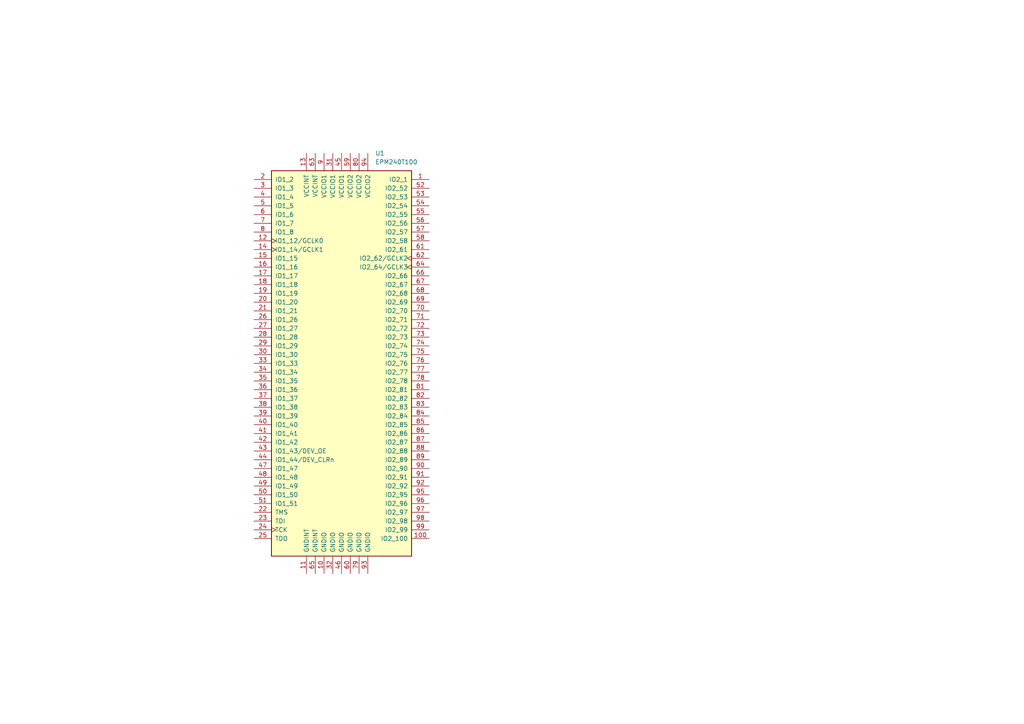
<source format=kicad_sch>
(kicad_sch (version 20250114) (generator "eeschema") (generator_version "9.0")
  (paper "A4")
  (lib_symbols
    (symbol "CPLD_Altera:EPM240T100" (pin_names (offset 1.016))
      (property "Reference" "U" (at 10.16 57.15 0))
      (property "Value" "EPM240T100" (at 10.16 -57.15 0))
      (symbol "EPM240T100_1_1"
        (rectangle (start -20.32 55.88) (end 20.32 -55.88) (stroke (width 0.254)) (fill (type background)))
        (pin bidirectional line (at -25.4 53.34 0) (length 5.08) (name "IO1_2") (number "2"))
        (pin bidirectional line (at -25.4 50.8 0) (length 5.08) (name "IO1_3") (number "3"))
        (pin bidirectional line (at -25.4 48.26 0) (length 5.08) (name "IO1_4") (number "4"))
        (pin bidirectional line (at -25.4 45.72 0) (length 5.08) (name "IO1_5") (number "5"))
        (pin bidirectional line (at -25.4 43.18 0) (length 5.08) (name "IO1_6") (number "6"))
        (pin bidirectional line (at -25.4 40.64 0) (length 5.08) (name "IO1_7") (number "7"))
        (pin bidirectional line (at -25.4 38.1 0) (length 5.08) (name "IO1_8") (number "8"))
        (pin bidirectional clock (at -25.4 35.56 0) (length 5.08) (name "IO1_12/GCLK0") (number "12"))
        (pin bidirectional clock (at -25.4 33.02 0) (length 5.08) (name "IO1_14/GCLK1") (number "14"))
        (pin bidirectional line (at -25.4 30.48 0) (length 5.08) (name "IO1_15") (number "15"))
        (pin bidirectional line (at -25.4 27.94 0) (length 5.08) (name "IO1_16") (number "16"))
        (pin bidirectional line (at -25.4 25.4 0) (length 5.08) (name "IO1_17") (number "17"))
        (pin bidirectional line (at -25.4 22.86 0) (length 5.08) (name "IO1_18") (number "18"))
        (pin bidirectional line (at -25.4 20.32 0) (length 5.08) (name "IO1_19") (number "19"))
        (pin bidirectional line (at -25.4 17.78 0) (length 5.08) (name "IO1_20") (number "20"))
        (pin bidirectional line (at -25.4 15.24 0) (length 5.08) (name "IO1_21") (number "21"))
        (pin bidirectional line (at -25.4 12.7 0) (length 5.08) (name "IO1_26") (number "26"))
        (pin bidirectional line (at -25.4 10.16 0) (length 5.08) (name "IO1_27") (number "27"))
        (pin bidirectional line (at -25.4 7.62 0) (length 5.08) (name "IO1_28") (number "28"))
        (pin bidirectional line (at -25.4 5.08 0) (length 5.08) (name "IO1_29") (number "29"))
        (pin bidirectional line (at -25.4 2.54 0) (length 5.08) (name "IO1_30") (number "30"))
        (pin bidirectional line (at -25.4 0 0) (length 5.08) (name "IO1_33") (number "33"))
        (pin bidirectional line (at -25.4 -2.54 0) (length 5.08) (name "IO1_34") (number "34"))
        (pin bidirectional line (at -25.4 -5.08 0) (length 5.08) (name "IO1_35") (number "35"))
        (pin bidirectional line (at -25.4 -7.62 0) (length 5.08) (name "IO1_36") (number "36"))
        (pin bidirectional line (at -25.4 -10.16 0) (length 5.08) (name "IO1_37") (number "37"))
        (pin bidirectional line (at -25.4 -12.7 0) (length 5.08) (name "IO1_38") (number "38"))
        (pin bidirectional line (at -25.4 -15.24 0) (length 5.08) (name "IO1_39") (number "39"))
        (pin bidirectional line (at -25.4 -17.78 0) (length 5.08) (name "IO1_40") (number "40"))
        (pin bidirectional line (at -25.4 -20.32 0) (length 5.08) (name "IO1_41") (number "41"))
        (pin bidirectional line (at -25.4 -22.86 0) (length 5.08) (name "IO1_42") (number "42"))
        (pin bidirectional line (at -25.4 -25.4 0) (length 5.08) (name "IO1_43/DEV_OE") (number "43"))
        (pin bidirectional line (at -25.4 -27.94 0) (length 5.08) (name "IO1_44/DEV_CLRn") (number "44"))
        (pin bidirectional line (at -25.4 -30.48 0) (length 5.08) (name "IO1_47") (number "47"))
        (pin bidirectional line (at -25.4 -33.02 0) (length 5.08) (name "IO1_48") (number "48"))
        (pin bidirectional line (at -25.4 -35.56 0) (length 5.08) (name "IO1_49") (number "49"))
        (pin bidirectional line (at -25.4 -38.1 0) (length 5.08) (name "IO1_50") (number "50"))
        (pin bidirectional line (at -25.4 -40.64 0) (length 5.08) (name "IO1_51") (number "51"))
        (pin input line (at -25.4 -43.18 0) (length 5.08) (name "TMS") (number "22"))
        (pin input line (at -25.4 -45.72 0) (length 5.08) (name "TDI") (number "23"))
        (pin input clock (at -25.4 -48.26 0) (length 5.08) (name "TCK") (number "24"))
        (pin output line (at -25.4 -50.8 0) (length 5.08) (name "TDO") (number "25"))
        (pin power_in line (at -10.16 60.96 270) (length 5.08) (name "VCCINT") (number "13"))
        (pin power_in line (at -10.16 -60.96 90) (length 5.08) (name "GNDINT") (number "11"))
        (pin power_in line (at -7.62 60.96 270) (length 5.08) (name "VCCINT") (number "63"))
        (pin power_in line (at -7.62 -60.96 90) (length 5.08) (name "GNDINT") (number "65"))
        (pin power_in line (at -5.08 60.96 270) (length 5.08) (name "VCCIO1") (number "9"))
        (pin power_in line (at -5.08 -60.96 90) (length 5.08) (name "GNDIO") (number "10"))
        (pin power_in line (at -2.54 60.96 270) (length 5.08) (name "VCCIO1") (number "31"))
        (pin power_in line (at -2.54 -60.96 90) (length 5.08) (name "GNDIO") (number "32"))
        (pin power_in line (at 0 60.96 270) (length 5.08) (name "VCCIO1") (number "45"))
        (pin power_in line (at 0 -60.96 90) (length 5.08) (name "GNDIO") (number "46"))
        (pin power_in line (at 2.54 60.96 270) (length 5.08) (name "VCCIO2") (number "59"))
        (pin power_in line (at 2.54 -60.96 90) (length 5.08) (name "GNDIO") (number "60"))
        (pin power_in line (at 5.08 60.96 270) (length 5.08) (name "VCCIO2") (number "80"))
        (pin power_in line (at 5.08 -60.96 90) (length 5.08) (name "GNDIO") (number "79"))
        (pin power_in line (at 7.62 60.96 270) (length 5.08) (name "VCCIO2") (number "94"))
        (pin power_in line (at 7.62 -60.96 90) (length 5.08) (name "GNDIO") (number "93"))
        (pin bidirectional line (at 25.4 53.34 180) (length 5.08) (name "IO2_1") (number "1"))
        (pin bidirectional line (at 25.4 50.8 180) (length 5.08) (name "IO2_52") (number "52"))
        (pin bidirectional line (at 25.4 48.26 180) (length 5.08) (name "IO2_53") (number "53"))
        (pin bidirectional line (at 25.4 45.72 180) (length 5.08) (name "IO2_54") (number "54"))
        (pin bidirectional line (at 25.4 43.18 180) (length 5.08) (name "IO2_55") (number "55"))
        (pin bidirectional line (at 25.4 40.64 180) (length 5.08) (name "IO2_56") (number "56"))
        (pin bidirectional line (at 25.4 38.1 180) (length 5.08) (name "IO2_57") (number "57"))
        (pin bidirectional line (at 25.4 35.56 180) (length 5.08) (name "IO2_58") (number "58"))
        (pin bidirectional line (at 25.4 33.02 180) (length 5.08) (name "IO2_61") (number "61"))
        (pin bidirectional clock (at 25.4 30.48 180) (length 5.08) (name "IO2_62/GCLK2") (number "62"))
        (pin bidirectional clock (at 25.4 27.94 180) (length 5.08) (name "IO2_64/GCLK3") (number "64"))
        (pin bidirectional line (at 25.4 25.4 180) (length 5.08) (name "IO2_66") (number "66"))
        (pin bidirectional line (at 25.4 22.86 180) (length 5.08) (name "IO2_67") (number "67"))
        (pin bidirectional line (at 25.4 20.32 180) (length 5.08) (name "IO2_68") (number "68"))
        (pin bidirectional line (at 25.4 17.78 180) (length 5.08) (name "IO2_69") (number "69"))
        (pin bidirectional line (at 25.4 15.24 180) (length 5.08) (name "IO2_70") (number "70"))
        (pin bidirectional line (at 25.4 12.7 180) (length 5.08) (name "IO2_71") (number "71"))
        (pin bidirectional line (at 25.4 10.16 180) (length 5.08) (name "IO2_72") (number "72"))
        (pin bidirectional line (at 25.4 7.62 180) (length 5.08) (name "IO2_73") (number "73"))
        (pin bidirectional line (at 25.4 5.08 180) (length 5.08) (name "IO2_74") (number "74"))
        (pin bidirectional line (at 25.4 2.54 180) (length 5.08) (name "IO2_75") (number "75"))
        (pin bidirectional line (at 25.4 0 180) (length 5.08) (name "IO2_76") (number "76"))
        (pin bidirectional line (at 25.4 -2.54 180) (length 5.08) (name "IO2_77") (number "77"))
        (pin bidirectional line (at 25.4 -5.08 180) (length 5.08) (name "IO2_78") (number "78"))
        (pin bidirectional line (at 25.4 -7.62 180) (length 5.08) (name "IO2_81") (number "81"))
        (pin bidirectional line (at 25.4 -10.16 180) (length 5.08) (name "IO2_82") (number "82"))
        (pin bidirectional line (at 25.4 -12.7 180) (length 5.08) (name "IO2_83") (number "83"))
        (pin bidirectional line (at 25.4 -15.24 180) (length 5.08) (name "IO2_84") (number "84"))
        (pin bidirectional line (at 25.4 -17.78 180) (length 5.08) (name "IO2_85") (number "85"))
        (pin bidirectional line (at 25.4 -20.32 180) (length 5.08) (name "IO2_86") (number "86"))
        (pin bidirectional line (at 25.4 -22.86 180) (length 5.08) (name "IO2_87") (number "87"))
        (pin bidirectional line (at 25.4 -25.4 180) (length 5.08) (name "IO2_88") (number "88"))
        (pin bidirectional line (at 25.4 -27.94 180) (length 5.08) (name "IO2_89") (number "89"))
        (pin bidirectional line (at 25.4 -30.48 180) (length 5.08) (name "IO2_90") (number "90"))
        (pin bidirectional line (at 25.4 -33.02 180) (length 5.08) (name "IO2_91") (number "91"))
        (pin bidirectional line (at 25.4 -35.56 180) (length 5.08) (name "IO2_92") (number "92"))
        (pin bidirectional line (at 25.4 -38.1 180) (length 5.08) (name "IO2_95") (number "95"))
        (pin bidirectional line (at 25.4 -40.64 180) (length 5.08) (name "IO2_96") (number "96"))
        (pin bidirectional line (at 25.4 -43.18 180) (length 5.08) (name "IO2_97") (number "97"))
        (pin bidirectional line (at 25.4 -45.72 180) (length 5.08) (name "IO2_98") (number "98"))
        (pin bidirectional line (at 25.4 -48.26 180) (length 5.08) (name "IO2_99") (number "99"))
        (pin bidirectional line (at 25.4 -50.8 180) (length 5.08) (name "IO2_100") (number "100"))
      )
    )
  )
  (symbol (lib_id "CPLD_Altera:EPM240T100") (at 99.06 105.41 0) (unit 1)
    (property "Reference" "U1" (at 108.8233 44.45 0) (effects (justify left)))
    (property "Value" "EPM240T100" (at 108.8233 46.99 0) (effects (justify left)))
    (property "Footprint" "Package_QFP:LQFP-100_14x14mm_P0.5mm" (effects (hide yes)))
    (property "Datasheet" "https://www.altera.com/content/dam/altera-www/global/en_US/pdfs/literature/hb/max2/max2_mii5v1.pdf" (effects (hide yes)))
    (property "Description" "Altera MAX2 CPLD with 240 LE" (effects (hide yes)))
  )
)
</source>
